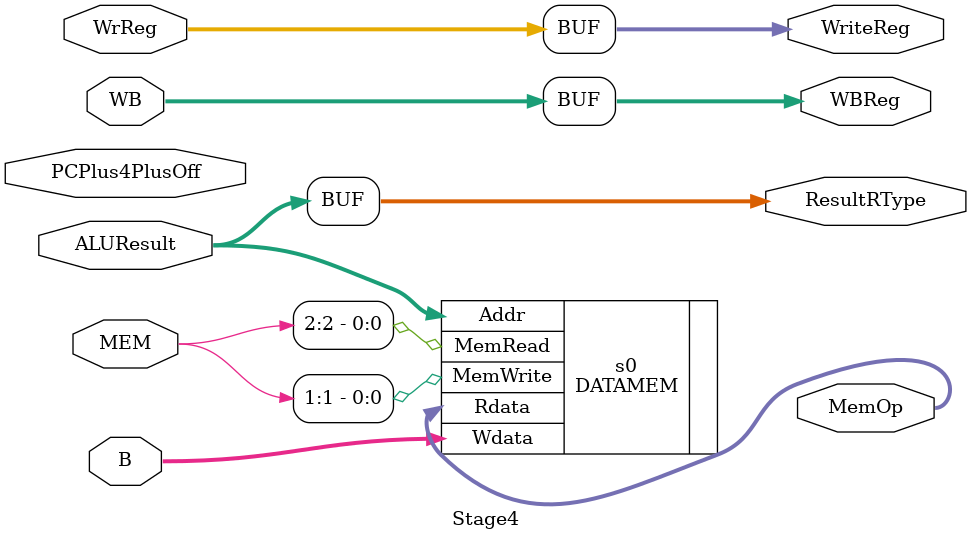
<source format=v>
`timescale 1ns / 1ps
module Stage4(
PCPlus4PlusOff,
ALUResult,
B,
WrReg,
WB,
MEM,
WriteReg,
MemOp,
ResultRType,
WBReg
    );

input [31:0] PCPlus4PlusOff,ALUResult,B;
input [4:0] WrReg;
input [3:0] MEM;
input [1:0] WB;

output[31:0] MemOp,ResultRType;
output [4:0] WriteReg;
output [1:0] WBReg;


assign WriteReg = WrReg;

assign ResultRType = ALUResult;
assign WBReg = WB;

DATAMEM s0 (.MemWrite(MEM[1]),.MemRead(MEM[2]),.Addr(ALUResult),.Wdata(B),.Rdata(MemOp));
//NextAddGen s1 (.Branch({MEM[3],MEM[0]}),.Equal(Equal),.PCSrc(PCSrc));
endmodule

</source>
